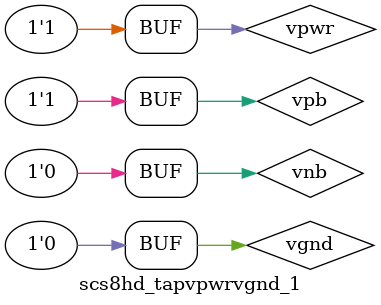
<source format=v>


`celldefine
`timescale 1ns / 1ps



module scs8hd_tapvpwrvgnd_1  (

`ifdef SC_USE_PG_PIN
input vpwr,
input vgnd,
input vpb,
input vnb
`endif

);

`ifdef functional
`else
`ifdef SC_USE_PG_PIN
`else
supply1 vpwr;
supply0 vgnd;
supply1 vpb;
supply0 vnb;
`endif
`endif


endmodule
`endcelldefine

</source>
